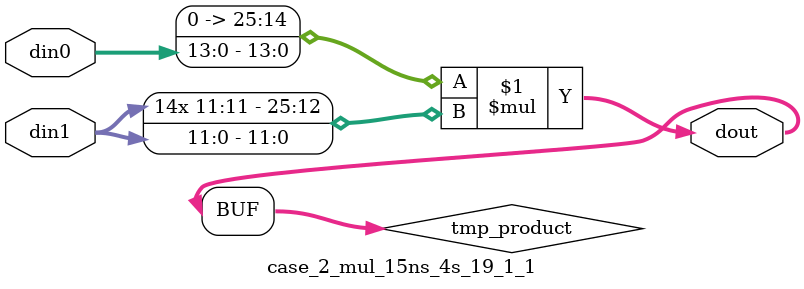
<source format=v>

`timescale 1 ns / 1 ps

 (* use_dsp = "no" *)  module case_2_mul_15ns_4s_19_1_1(din0, din1, dout);
parameter ID = 1;
parameter NUM_STAGE = 0;
parameter din0_WIDTH = 14;
parameter din1_WIDTH = 12;
parameter dout_WIDTH = 26;

input [din0_WIDTH - 1 : 0] din0; 
input [din1_WIDTH - 1 : 0] din1; 
output [dout_WIDTH - 1 : 0] dout;

wire signed [dout_WIDTH - 1 : 0] tmp_product;

























assign tmp_product = $signed({1'b0, din0}) * $signed(din1);










assign dout = tmp_product;





















endmodule

</source>
